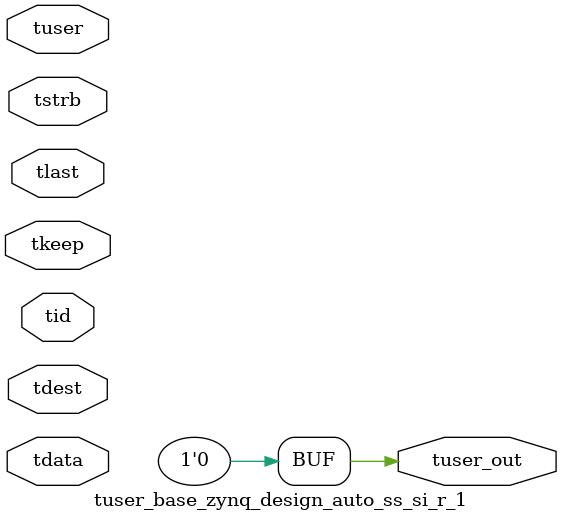
<source format=v>


`timescale 1ps/1ps

module tuser_base_zynq_design_auto_ss_si_r_1 #
(
parameter C_S_AXIS_TUSER_WIDTH = 1,
parameter C_S_AXIS_TDATA_WIDTH = 32,
parameter C_S_AXIS_TID_WIDTH   = 0,
parameter C_S_AXIS_TDEST_WIDTH = 0,
parameter C_M_AXIS_TUSER_WIDTH = 1
)
(
input  [(C_S_AXIS_TUSER_WIDTH == 0 ? 1 : C_S_AXIS_TUSER_WIDTH)-1:0     ] tuser,
input  [(C_S_AXIS_TDATA_WIDTH == 0 ? 1 : C_S_AXIS_TDATA_WIDTH)-1:0     ] tdata,
input  [(C_S_AXIS_TID_WIDTH   == 0 ? 1 : C_S_AXIS_TID_WIDTH)-1:0       ] tid,
input  [(C_S_AXIS_TDEST_WIDTH == 0 ? 1 : C_S_AXIS_TDEST_WIDTH)-1:0     ] tdest,
input  [(C_S_AXIS_TDATA_WIDTH/8)-1:0 ] tkeep,
input  [(C_S_AXIS_TDATA_WIDTH/8)-1:0 ] tstrb,
input                                                                    tlast,
output [C_M_AXIS_TUSER_WIDTH-1:0] tuser_out
);

assign tuser_out = {1'b0};

endmodule


</source>
